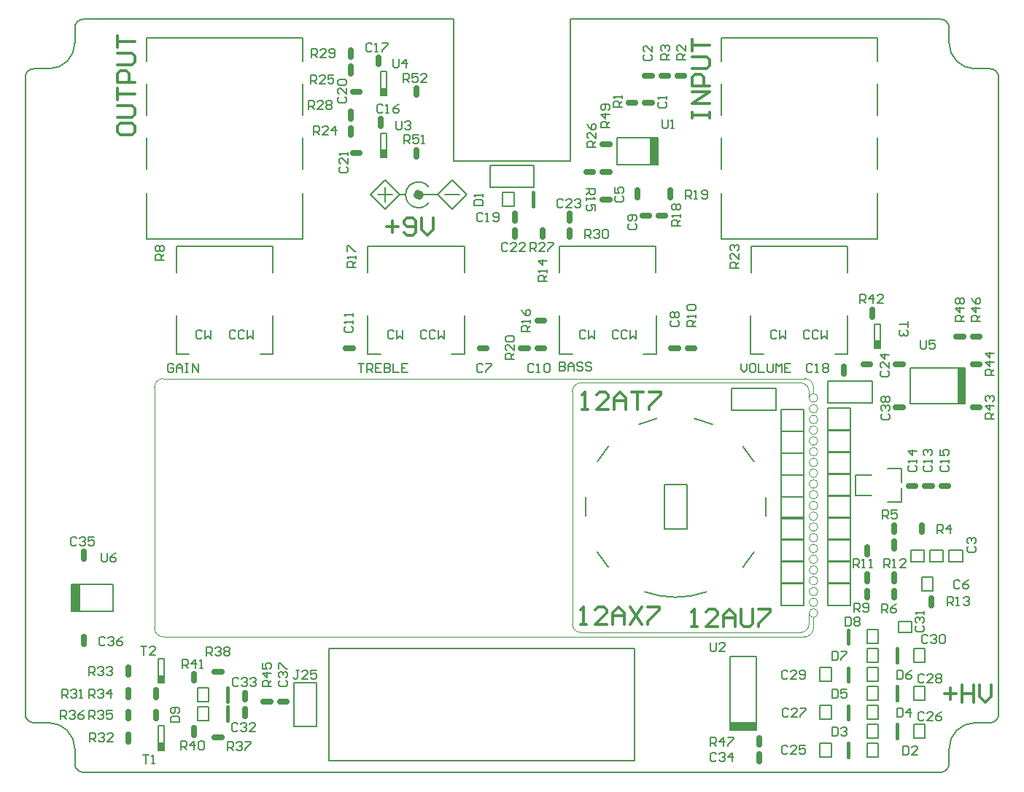
<source format=gto>
G04*
G04 #@! TF.GenerationSoftware,Altium Limited,Altium Designer,24.0.1 (36)*
G04*
G04 Layer_Color=65535*
%FSAX44Y44*%
%MOMM*%
G71*
G04*
G04 #@! TF.SameCoordinates,AD116AE3-DE06-480B-A5EE-D1CFDF242DD9*
G04*
G04*
G04 #@! TF.FilePolarity,Positive*
G04*
G01*
G75*
%ADD10C,0.2000*%
%ADD11C,1.0000*%
%ADD12C,0.7000*%
%ADD13C,0.4000*%
%ADD14C,0.1524*%
%ADD15C,0.1520*%
%ADD16C,0.3048*%
%ADD17C,0.1000*%
G36*
X01274990Y01593237D02*
X01267990D01*
Y01602237D01*
X01274990D01*
Y01593237D01*
D02*
G37*
G36*
Y01521737D02*
X01267990D01*
Y01530737D01*
X01274990D01*
Y01521737D01*
D02*
G37*
G36*
X01590240Y01513237D02*
X01580240D01*
Y01544237D01*
X01590240D01*
Y01513237D01*
D02*
G37*
G36*
X01848240Y01299987D02*
X01841240D01*
Y01308987D01*
X01848240D01*
Y01299987D01*
D02*
G37*
G36*
X01946741Y01235487D02*
X01937740D01*
Y01276487D01*
X01946741D01*
Y01235487D01*
D02*
G37*
G36*
X00919240Y00994237D02*
X00909240D01*
Y01025237D01*
X00919240D01*
Y00994237D01*
D02*
G37*
G36*
X01016740Y00910737D02*
X01009740D01*
Y00919737D01*
X01016740D01*
Y00910737D01*
D02*
G37*
G36*
X01704490Y00855687D02*
X01673490D01*
Y00865687D01*
X01704490D01*
Y00855687D01*
D02*
G37*
G36*
X01016740Y00832737D02*
X01009740D01*
Y00841737D01*
X01016740D01*
Y00832737D01*
D02*
G37*
D10*
X01701423Y01167887D02*
G03*
X01688521Y01185645I-00090933J-00052500D01*
G01*
X01532460D02*
G03*
X01519558Y01167887I00078030J-00070259D01*
G01*
X01653198Y01211309D02*
G03*
X01632321Y01218092I-00042707J-00095922D01*
G01*
X01506066Y01126362D02*
G03*
X01506066Y01104411I00104425J-00010976D01*
G01*
X01714915D02*
G03*
X01714915Y01126362I-00104425J00010976D01*
G01*
X01610490Y01010387D02*
G03*
X01646402Y01016719I00000000J00105000D01*
G01*
X01519558Y01062887D02*
G03*
X01532460Y01045128I00090933J00052500D01*
G01*
X01588660Y01218092D02*
G03*
X01567783Y01211309I00021831J-00102705D01*
G01*
X01688521Y01045128D02*
G03*
X01701423Y01062887I-00078030J00070259D01*
G01*
X01574578Y01016719D02*
G03*
X01610490Y01010387I00035912J00098668D01*
G01*
X01323481Y01487628D02*
G03*
X01323481Y01468345I-00011491J-00009642D01*
G01*
X01167740Y00859837D02*
X01193740D01*
Y00911187D01*
X01167740D02*
X01193740D01*
X01167740Y00859837D02*
Y00911187D01*
X01927740Y01051987D02*
Y01064987D01*
X01943490Y01051987D02*
Y01064987D01*
X01927740Y01051987D02*
X01943490D01*
X01927740Y01064987D02*
X01943490D01*
X01884740Y00969237D02*
Y00982237D01*
X01868990Y00969237D02*
Y00982237D01*
X01884740D01*
X01868990Y00969237D02*
X01884740D01*
X01886990Y00950487D02*
X01899990D01*
X01886990Y00934737D02*
X01899990D01*
X01886990D02*
Y00950487D01*
X01899990Y00934737D02*
Y00950487D01*
X01777990Y00912987D02*
X01790990D01*
X01777990Y00928737D02*
X01790990D01*
Y00912987D02*
Y00928737D01*
X01777990Y00912987D02*
Y00928737D01*
X01886990Y00906487D02*
X01899990D01*
X01886990Y00890737D02*
X01899990D01*
X01886990D02*
Y00906487D01*
X01899990Y00890737D02*
Y00906487D01*
X01777990Y00868987D02*
X01790990D01*
X01777990Y00884737D02*
X01790990D01*
Y00868987D02*
Y00884737D01*
X01777990Y00868987D02*
Y00884737D01*
X01886990Y00862487D02*
X01899990D01*
X01886990Y00846737D02*
X01899990D01*
X01886990D02*
Y00862487D01*
X01899990Y00846737D02*
Y00862487D01*
X01777990Y00824987D02*
X01790990D01*
X01777990Y00840737D02*
X01790990D01*
Y00824987D02*
Y00840737D01*
X01777990Y00824987D02*
Y00840737D01*
X01253070Y01292987D02*
Y01337987D01*
Y01292987D02*
X01268070D01*
X01253320Y01417987D02*
X01345320D01*
X01253320Y01387987D02*
Y01417987D01*
X01345320D02*
X01365320D01*
Y01387987D02*
Y01417987D01*
X01365570Y01292987D02*
Y01337987D01*
X01350570Y01292987D02*
X01365570D01*
X01030740D02*
Y01337987D01*
Y01292987D02*
X01045740D01*
X01030991Y01417987D02*
X01122990D01*
X01030991Y01387987D02*
Y01417987D01*
X01122990D02*
X01142990D01*
Y01387987D02*
Y01417987D01*
X01143240Y01292987D02*
Y01337987D01*
X01128240Y01292987D02*
X01143240D01*
X01787490Y01204537D02*
X01813490D01*
X01787490Y01178587D02*
Y01204537D01*
Y01178587D02*
X01813490D01*
Y01204537D01*
X01697740Y01292987D02*
Y01337987D01*
Y01292987D02*
X01712740D01*
X01697991Y01417987D02*
X01789990D01*
X01697991Y01387987D02*
Y01417987D01*
X01789990D02*
X01809990D01*
Y01387987D02*
Y01417987D01*
X01810240Y01292987D02*
Y01337987D01*
X01795240Y01292987D02*
X01810240D01*
X01787490Y01229937D02*
X01813490D01*
X01787490Y01203987D02*
Y01229937D01*
Y01203987D02*
X01813490D01*
Y01229937D01*
X01177490Y01570737D02*
Y01606737D01*
X00996490Y01570737D02*
Y01606737D01*
Y01508237D02*
Y01544237D01*
X01177490Y01508237D02*
Y01544237D01*
X00996490Y01426487D02*
X01006240D01*
X00996490D02*
Y01480237D01*
X01006240Y01426487D02*
X01177490Y01426487D01*
Y01480237D01*
X00996490Y01660487D02*
X01032490D01*
X00996490Y01633237D02*
Y01660487D01*
X01032490D02*
X01177490D01*
Y01633237D02*
Y01660487D01*
X01475410Y01292987D02*
Y01337987D01*
Y01292987D02*
X01490410D01*
X01475660Y01417987D02*
X01567660D01*
X01475660Y01387987D02*
Y01417987D01*
X01567660D02*
X01587660D01*
Y01387987D02*
Y01417987D01*
X01587910Y01292987D02*
Y01337987D01*
X01572910Y01292987D02*
X01587910D01*
X01394840Y01512487D02*
X01446190D01*
Y01486487D02*
Y01512487D01*
X01394840Y01486487D02*
X01446190D01*
X01394840D02*
Y01512487D01*
X01732990Y01026737D02*
X01758990D01*
X01732990Y01000787D02*
Y01026737D01*
Y01000787D02*
X01758990D01*
Y01026737D01*
X01732990Y01077537D02*
X01758990D01*
X01732990Y01051587D02*
Y01077537D01*
Y01051587D02*
X01758990D01*
Y01077537D01*
X01597490Y01089737D02*
X01623490D01*
Y01141087D01*
X01597490D02*
X01623490D01*
X01597490Y01089737D02*
Y01141087D01*
X01732990Y01052137D02*
X01758990D01*
X01732990Y01026187D02*
Y01052137D01*
Y01026187D02*
X01758990D01*
Y01052137D01*
X01732990Y01152737D02*
X01758990D01*
X01732990Y01126787D02*
Y01152737D01*
Y01126787D02*
X01758990D01*
Y01152737D01*
X01732990Y01127337D02*
X01758990D01*
X01732990Y01101387D02*
Y01127337D01*
Y01101387D02*
X01758990D01*
Y01127337D01*
X01732990Y01102937D02*
X01758990D01*
X01732990Y01076987D02*
Y01102937D01*
Y01076987D02*
X01758990D01*
Y01102937D01*
X01787490Y01026737D02*
X01813490D01*
X01787490Y01000787D02*
Y01026737D01*
Y01000787D02*
X01813490D01*
Y01026737D01*
X01787490Y01077537D02*
X01813490D01*
X01787490Y01051587D02*
Y01077537D01*
Y01051587D02*
X01813490D01*
Y01077537D01*
X01787490Y01052137D02*
X01813490D01*
X01787490Y01026187D02*
Y01052137D01*
Y01026187D02*
X01813490D01*
Y01052137D01*
X01787490Y01102937D02*
X01813490D01*
X01787490Y01076987D02*
Y01102937D01*
Y01076987D02*
X01813490D01*
Y01102937D01*
X01787490Y01128337D02*
X01813490D01*
X01787490Y01102387D02*
Y01128337D01*
Y01102387D02*
X01813490D01*
Y01128337D01*
X01787490Y01153737D02*
X01813490D01*
X01787490Y01127787D02*
Y01153737D01*
Y01127787D02*
X01813490D01*
Y01153737D01*
X01787490Y01179137D02*
X01813490D01*
X01787490Y01153187D02*
Y01179137D01*
Y01153187D02*
X01813490D01*
Y01179137D01*
X01844490Y01570737D02*
Y01606737D01*
X01663490Y01570737D02*
Y01606737D01*
Y01508237D02*
Y01544237D01*
X01844490Y01508237D02*
Y01544237D01*
X01663490Y01426487D02*
X01673240D01*
X01663490D02*
Y01480237D01*
X01673240Y01426487D02*
X01844490Y01426487D01*
Y01480237D01*
X01663490Y01660487D02*
X01699490D01*
X01663490Y01633237D02*
Y01660487D01*
X01699490D02*
X01844490D01*
Y01633237D02*
Y01660487D01*
X01726940Y01227487D02*
Y01253487D01*
X01675590D02*
X01726940D01*
X01675590Y01227487D02*
Y01253487D01*
Y01227487D02*
X01726940D01*
X01732990Y01228937D02*
X01758990D01*
X01732990Y01202987D02*
Y01228937D01*
Y01202987D02*
X01758990D01*
Y01228937D01*
X01732990Y01178137D02*
X01758990D01*
X01732990Y01152187D02*
Y01178137D01*
Y01152187D02*
X01758990D01*
Y01178137D01*
X01732990Y01203537D02*
X01758990D01*
X01732990Y01177587D02*
Y01203537D01*
Y01177587D02*
X01758990D01*
Y01203537D01*
X01838840Y01235987D02*
Y01261987D01*
X01787490D02*
X01838840D01*
X01787490Y01235987D02*
Y01261987D01*
Y01235987D02*
X01838840D01*
X01704490Y00855687D02*
Y00941787D01*
X01673490Y00855687D02*
Y00941787D01*
X01704490D01*
X01673490Y00855687D02*
X01704490D01*
X01882740Y01276487D02*
X01946741D01*
X01882740Y01235487D02*
X01946741D01*
X01882740D02*
Y01276487D01*
X01946741Y01235487D02*
Y01276487D01*
X01921240Y01051987D02*
Y01064987D01*
X01905490Y01051987D02*
Y01064987D01*
X01921240D01*
X01905490Y01051987D02*
X01921240D01*
X01841240Y01299987D02*
X01848240D01*
X01841240Y01327987D02*
X01848240D01*
X01841240Y01299987D02*
Y01327987D01*
X01848240Y01299987D02*
Y01327987D01*
X00909240Y00994237D02*
Y01025237D01*
X00957240Y00994237D02*
Y01025237D01*
X00909240D02*
X00957240D01*
X00909240Y00994237D02*
X00957240D01*
X01267990Y01593237D02*
X01274990D01*
X01267990Y01621237D02*
X01274990D01*
X01267990Y01593237D02*
Y01621237D01*
X01274990Y01593237D02*
Y01621237D01*
X01267990Y01521737D02*
X01274990D01*
X01267990Y01549737D02*
X01274990D01*
X01267990Y01521737D02*
Y01549737D01*
X01274990Y01521737D02*
Y01549737D01*
X01819490Y01151990D02*
X01837990D01*
X01819490Y01128983D02*
X01837990D01*
X01819490D02*
Y01151990D01*
X01856990Y01159987D02*
X01872490D01*
Y01144237D02*
Y01159987D01*
X01856990Y01120987D02*
X01872490D01*
Y01136737D01*
X01009740Y00910737D02*
X01016740D01*
X01009740Y00938737D02*
X01016740D01*
X01009740Y00910737D02*
Y00938737D01*
X01016740Y00910737D02*
Y00938737D01*
X01832490Y00846986D02*
Y00862737D01*
X01845490Y00846986D02*
Y00862737D01*
X01832490D02*
X01845490D01*
X01832490Y00846986D02*
X01845490D01*
Y00868736D02*
Y00884486D01*
X01832490Y00868736D02*
Y00884486D01*
Y00868736D02*
X01845490D01*
X01832490Y00884486D02*
X01845490D01*
X01832490Y00890986D02*
Y00906737D01*
X01845490Y00890986D02*
Y00906737D01*
X01832490D02*
X01845490D01*
X01832490Y00890986D02*
X01845490D01*
X01055740Y00866987D02*
Y00882737D01*
X01068740Y00866987D02*
Y00882737D01*
X01055740D02*
X01068740D01*
X01055740Y00866987D02*
X01068740D01*
X01009740Y00832737D02*
X01016740D01*
X01009740Y00860737D02*
X01016740D01*
X01009740Y00832737D02*
Y00860737D01*
X01016740Y00832737D02*
Y00860737D01*
X01845490Y00824737D02*
Y00840487D01*
X01832490Y00824737D02*
Y00840487D01*
Y00824737D02*
X01845490D01*
X01832490Y00840487D02*
X01845490D01*
X01055740Y00888987D02*
Y00904737D01*
X01068740Y00888987D02*
Y00904737D01*
X01055740D02*
X01068740D01*
X01055740Y00888987D02*
X01068740D01*
X01845490Y00912737D02*
Y00928487D01*
X01832490Y00912737D02*
Y00928487D01*
Y00912737D02*
X01845490D01*
X01832490Y00928487D02*
X01845490D01*
X01899240Y01051987D02*
Y01064987D01*
X01883490Y01051987D02*
Y01064987D01*
X01899240D01*
X01883490Y01051987D02*
X01899240D01*
X01895990Y01017737D02*
X01908990D01*
X01895990Y01033487D02*
X01908990D01*
Y01017737D02*
Y01033487D01*
X01895990Y01017737D02*
Y01033487D01*
X01845490Y00956737D02*
Y00972487D01*
X01832490Y00956737D02*
Y00972487D01*
Y00956737D02*
X01845490D01*
X01832490Y00972487D02*
X01845490D01*
X01832490Y00934987D02*
Y00950737D01*
X01845490Y00934987D02*
Y00950737D01*
X01832490D02*
X01845490D01*
X01832490Y00934987D02*
X01845490D01*
X01409690Y01464737D02*
Y01480487D01*
X01422690Y01464737D02*
Y01480487D01*
X01409690D02*
X01422690D01*
X01409690Y01464737D02*
X01422690D01*
X01590240Y01513237D02*
Y01544237D01*
X01542240Y01513237D02*
Y01544237D01*
Y01513237D02*
X01590240D01*
X01542240Y01544237D02*
X01590240D01*
X01255990Y01477987D02*
X01272990Y01460987D01*
X01255990Y01477987D02*
X01272990Y01494987D01*
X01289990Y01477987D01*
X01272990Y01460987D02*
X01289990Y01477987D01*
X01333990D02*
X01350990Y01460987D01*
X01333990Y01477987D02*
X01350990Y01494987D01*
X01367991Y01477987D01*
X01350990Y01460987D02*
X01367991Y01477987D01*
X01289990D02*
X01296990D01*
X01311990D02*
X01333990D01*
X01342491D02*
X01359490D01*
X01264490D02*
X01281490D01*
X01272990Y01469487D02*
Y01486487D01*
X00855490Y00874477D02*
G03*
X00865490Y00864477I00010000J00000000D01*
G01*
X00912990Y00834487D02*
G03*
X00882990Y00864487I-00030000J00000000D01*
G01*
X00912981Y00816987D02*
G03*
X00922981Y00806987I00010000J00000000D01*
G01*
X01927990Y01654487D02*
G03*
X01957990Y01624487I00030000J00000000D01*
G01*
X01918000Y00806986D02*
G03*
X01928000Y00816987I00000000J00010000D01*
G01*
X00922981Y01681987D02*
G03*
X00912981Y01671987I00000000J-00010000D01*
G01*
X00865490Y01624496D02*
G03*
X00855490Y01614496I00000000J-00010000D01*
G01*
X01985491D02*
G03*
X01975491Y01624496I-00010000J00000000D01*
G01*
Y00864477D02*
G03*
X01985491Y00874477I00000000J00010000D01*
G01*
X01928000Y01671987D02*
G03*
X01918000Y01681987I-00010000J00000000D01*
G01*
X00882990Y01624487D02*
G03*
X00912990Y01654487I00000000J00030000D01*
G01*
X01957990Y00864487D02*
G03*
X01927990Y00834487I00000000J-00030000D01*
G01*
X01207790Y00820487D02*
X01433190Y00820487D01*
X01563190D01*
X01433190Y00950487D02*
X01563190D01*
X01207790Y00950487D02*
X01433190Y00950487D01*
X01563190Y00820487D02*
Y00950487D01*
X01207790Y00820487D02*
Y00950487D01*
X00865481Y00864487D02*
X00882990D01*
X00912990Y00816977D02*
Y00834487D01*
X01927990Y00816977D02*
Y00834487D01*
X01957990Y01624487D02*
X01975500D01*
X01487991Y01681987D02*
X01918000Y01681987D01*
X01927990Y01654487D02*
Y01671996D01*
X01352990Y01517487D02*
Y01669287D01*
X00912990Y01654487D02*
Y01671996D01*
X01957990Y00864487D02*
X01975500D01*
X00922981Y01681987D02*
X01352990D01*
X00922981Y00806987D02*
X01918000Y00806987D01*
X00855490Y00874477D02*
X00855490Y01614496D01*
X01352990Y01669287D02*
Y01681987D01*
X00865481Y01624487D02*
X00882990D01*
X01487991Y01517487D02*
Y01681987D01*
X01433190Y01517487D02*
X01487991D01*
X01352990D02*
X01433190D01*
X01985490Y00874477D02*
X01985490Y01614496D01*
D11*
X01312990Y01477987D02*
G03*
X01312990Y01477987I-00001000J00000000D01*
G01*
D12*
X01525740Y01536737D02*
X01533740D01*
X01525740Y01504737D02*
X01533740D01*
X01309490Y01522237D02*
Y01530237D01*
Y01593987D02*
Y01601987D01*
X01866241Y01230987D02*
X01874241D01*
X01487740Y01428987D02*
Y01436987D01*
X01423740Y01428987D02*
Y01436987D01*
X01866241Y01280987D02*
X01874241D01*
X01838740Y01336487D02*
Y01344487D01*
X01487740Y01447987D02*
Y01455987D01*
X01955240Y01230987D02*
X01963241D01*
X01955240Y01280987D02*
X01963241D01*
X01955240Y01312987D02*
X01963241D01*
X01936241D02*
X01944241D01*
X00923740Y00956237D02*
Y00964237D01*
X01267990Y01558237D02*
Y01566237D01*
X01265490Y01629737D02*
Y01637737D01*
X01612740Y01616737D02*
X01620740D01*
X01571740Y01453737D02*
X01579740D01*
X01593740Y01616737D02*
X01601740D01*
X01555740Y01584737D02*
X01563740D01*
X01574740D02*
X01582740D01*
X01574740Y01616737D02*
X01582740D01*
X01423690Y01447987D02*
Y01455987D01*
X01455740Y01428987D02*
Y01436987D01*
X01235991Y01526237D02*
X01243990D01*
X01233490Y01547737D02*
Y01555737D01*
Y01566737D02*
Y01574737D01*
X01235991Y01597737D02*
X01243990D01*
X01233490Y01619237D02*
Y01627237D01*
Y01638237D02*
Y01646237D01*
X01506740Y01504737D02*
X01514740D01*
X01864491Y01085987D02*
Y01093987D01*
X01896490Y01085987D02*
Y01093987D01*
X01880990Y01139987D02*
X01888990D01*
X01832490Y01060487D02*
Y01068487D01*
X01899990Y01139987D02*
X01907990D01*
X01828240Y01280987D02*
X01836240D01*
X00923740Y01055237D02*
Y01063237D01*
X01051240Y00913237D02*
Y00921237D01*
X00975240Y00920737D02*
Y00928737D01*
X01007240Y00894237D02*
Y00902237D01*
X01075240Y00923737D02*
X01083240D01*
X00975240Y00894237D02*
Y00902237D01*
X01151240Y00888737D02*
X01159240D01*
X01110740Y00891237D02*
Y00899237D01*
X01007240Y00869237D02*
Y00877237D01*
X00975240Y00842737D02*
Y00850737D01*
X00975240Y00869237D02*
Y00877237D01*
X01707490Y00819987D02*
Y00827987D01*
Y00838987D02*
Y00846987D01*
X01051240Y00850237D02*
Y00858237D01*
X01075240Y00847737D02*
X01083240D01*
X01132240Y00888737D02*
X01140240D01*
X01110740Y00872237D02*
Y00880237D01*
X01832490Y01028987D02*
Y01036987D01*
Y01009987D02*
Y01017987D01*
X01864490Y01066987D02*
Y01074987D01*
Y01009987D02*
Y01017987D01*
X01907490Y01000987D02*
Y01008987D01*
X01864490Y01028987D02*
Y01036987D01*
X01449990Y01331987D02*
X01457990D01*
X01382990Y01299987D02*
X01390990D01*
X01227740D02*
X01235740D01*
X01918990Y01139987D02*
X01926990D01*
X01806199Y01270422D02*
Y01278422D01*
X01449990Y01299987D02*
X01457990D01*
X01430990D02*
X01438990D01*
X01566240Y01475237D02*
Y01483237D01*
X01525740Y01472737D02*
X01533740D01*
X01624240Y01299987D02*
X01632240D01*
X01604240Y01475237D02*
Y01483237D01*
X01590740Y01453737D02*
X01598740D01*
X01605240Y01299987D02*
X01613240D01*
D13*
X01867490Y00847112D02*
Y00862861D01*
X01810490Y00868612D02*
Y00884361D01*
X01867490Y00891112D02*
Y00906861D01*
X01090740Y00867112D02*
Y00882862D01*
X01810490Y00824612D02*
Y00840362D01*
X01090740Y00889112D02*
Y00904862D01*
X01810490Y00912612D02*
Y00928362D01*
Y00956612D02*
Y00972362D01*
X01867490Y00935112D02*
Y00950862D01*
X01444690Y01464862D02*
Y01480612D01*
D14*
X01534069Y01555944D02*
X01523912D01*
Y01561023D01*
X01525605Y01562715D01*
X01528990D01*
X01530683Y01561023D01*
Y01555944D01*
Y01559330D02*
X01534069Y01562715D01*
Y01571179D02*
X01523912D01*
X01528990Y01566101D01*
Y01572872D01*
X01532376Y01576258D02*
X01534069Y01577951D01*
Y01581336D01*
X01532376Y01583029D01*
X01525605D01*
X01523912Y01581336D01*
Y01577951D01*
X01525605Y01576258D01*
X01527298D01*
X01528990Y01577951D01*
Y01583029D01*
X01295141Y01537408D02*
Y01547565D01*
X01300219D01*
X01301912Y01545872D01*
Y01542487D01*
X01300219Y01540794D01*
X01295141D01*
X01298526D02*
X01301912Y01537408D01*
X01312069Y01547565D02*
X01305298D01*
Y01542487D01*
X01308683Y01544179D01*
X01310376D01*
X01312069Y01542487D01*
Y01539101D01*
X01310376Y01537408D01*
X01306990D01*
X01305298Y01539101D01*
X01315454Y01537408D02*
X01318840D01*
X01317147D01*
Y01547565D01*
X01315454Y01545872D01*
X01294448Y01608408D02*
Y01618565D01*
X01299527D01*
X01301219Y01616872D01*
Y01613487D01*
X01299527Y01611794D01*
X01294448D01*
X01297834D02*
X01301219Y01608408D01*
X01311376Y01618565D02*
X01304605D01*
Y01613487D01*
X01307990Y01615179D01*
X01309683D01*
X01311376Y01613487D01*
Y01610101D01*
X01309683Y01608408D01*
X01306298D01*
X01304605Y01610101D01*
X01321533Y01608408D02*
X01314762D01*
X01321533Y01615179D01*
Y01616872D01*
X01319840Y01618565D01*
X01316454D01*
X01314762Y01616872D01*
X01850605Y01223716D02*
X01848912Y01222023D01*
Y01218637D01*
X01850605Y01216944D01*
X01857376D01*
X01859069Y01218637D01*
Y01222023D01*
X01857376Y01223716D01*
X01850605Y01227101D02*
X01848912Y01228794D01*
Y01232179D01*
X01850605Y01233872D01*
X01852298D01*
X01853990Y01232179D01*
Y01230487D01*
Y01232179D01*
X01855683Y01233872D01*
X01857376D01*
X01859069Y01232179D01*
Y01228794D01*
X01857376Y01227101D01*
X01850605Y01237258D02*
X01848912Y01238951D01*
Y01242336D01*
X01850605Y01244029D01*
X01852298D01*
X01853990Y01242336D01*
X01855683Y01244029D01*
X01857376D01*
X01859069Y01242336D01*
Y01238951D01*
X01857376Y01237258D01*
X01855683D01*
X01853990Y01238951D01*
X01852298Y01237258D01*
X01850605D01*
X01853990Y01238951D02*
Y01242336D01*
X01173219Y00925565D02*
X01169834D01*
X01171526D01*
Y00917101D01*
X01169834Y00915408D01*
X01168141D01*
X01166448Y00917101D01*
X01183376Y00915408D02*
X01176605D01*
X01183376Y00922179D01*
Y00923872D01*
X01181683Y00925565D01*
X01178298D01*
X01176605Y00923872D01*
X01193533Y00925565D02*
X01186762D01*
Y00920487D01*
X01190147Y00922179D01*
X01191840D01*
X01193533Y00920487D01*
Y00917101D01*
X01191840Y00915408D01*
X01188454D01*
X01186762Y00917101D01*
X01321615Y01319475D02*
X01319923Y01321167D01*
X01316537D01*
X01314844Y01319475D01*
Y01312703D01*
X01316537Y01311011D01*
X01319923D01*
X01321615Y01312703D01*
X01331772Y01319475D02*
X01330079Y01321167D01*
X01326694D01*
X01325001Y01319475D01*
Y01312703D01*
X01326694Y01311011D01*
X01330079D01*
X01331772Y01312703D01*
X01335158Y01321167D02*
Y01311011D01*
X01338543Y01314396D01*
X01341929Y01311011D01*
Y01321167D01*
X01283366Y01319475D02*
X01281673Y01321167D01*
X01278287D01*
X01276594Y01319475D01*
Y01312703D01*
X01278287Y01311011D01*
X01281673D01*
X01283366Y01312703D01*
X01286751Y01321167D02*
Y01311011D01*
X01290137Y01314396D01*
X01293522Y01311011D01*
Y01321167D01*
X01099286Y01319475D02*
X01097593Y01321167D01*
X01094207D01*
X01092514Y01319475D01*
Y01312703D01*
X01094207Y01311011D01*
X01097593D01*
X01099286Y01312703D01*
X01109442Y01319475D02*
X01107749Y01321167D01*
X01104364D01*
X01102671Y01319475D01*
Y01312703D01*
X01104364Y01311011D01*
X01107749D01*
X01109442Y01312703D01*
X01112828Y01321167D02*
Y01311011D01*
X01116213Y01314396D01*
X01119599Y01311011D01*
Y01321167D01*
X01061036Y01319475D02*
X01059343Y01321167D01*
X01055957D01*
X01054264Y01319475D01*
Y01312703D01*
X01055957Y01311011D01*
X01059343D01*
X01061036Y01312703D01*
X01064421Y01321167D02*
Y01311011D01*
X01067807Y01314396D01*
X01071192Y01311011D01*
Y01321167D01*
X01766286Y01319475D02*
X01764593Y01321167D01*
X01761207D01*
X01759514Y01319475D01*
Y01312703D01*
X01761207Y01311011D01*
X01764593D01*
X01766286Y01312703D01*
X01776442Y01319475D02*
X01774749Y01321167D01*
X01771364D01*
X01769671Y01319475D01*
Y01312703D01*
X01771364Y01311011D01*
X01774749D01*
X01776442Y01312703D01*
X01779828Y01321167D02*
Y01311011D01*
X01783213Y01314396D01*
X01786599Y01311011D01*
Y01321167D01*
X01728036Y01319475D02*
X01726343Y01321167D01*
X01722957D01*
X01721264Y01319475D01*
Y01312703D01*
X01722957Y01311011D01*
X01726343D01*
X01728036Y01312703D01*
X01731421Y01321167D02*
Y01311011D01*
X01734807Y01314396D01*
X01738192Y01311011D01*
Y01321167D01*
X01543956Y01319475D02*
X01542263Y01321167D01*
X01538877D01*
X01537184Y01319475D01*
Y01312703D01*
X01538877Y01311011D01*
X01542263D01*
X01543956Y01312703D01*
X01554112Y01319475D02*
X01552419Y01321167D01*
X01549034D01*
X01547341Y01319475D01*
Y01312703D01*
X01549034Y01311011D01*
X01552419D01*
X01554112Y01312703D01*
X01557498Y01321167D02*
Y01311011D01*
X01560883Y01314396D01*
X01564269Y01311011D01*
Y01321167D01*
X01505706Y01319475D02*
X01504013Y01321167D01*
X01500627D01*
X01498934Y01319475D01*
Y01312703D01*
X01500627Y01311011D01*
X01504013D01*
X01505706Y01312703D01*
X01509091Y01321167D02*
Y01311011D01*
X01512477Y01314396D01*
X01515862Y01311011D01*
Y01321167D01*
X01686514Y01282167D02*
Y01275396D01*
X01689900Y01272011D01*
X01693286Y01275396D01*
Y01282167D01*
X01701750D02*
X01698364D01*
X01696671Y01280475D01*
Y01273703D01*
X01698364Y01272011D01*
X01701750D01*
X01703442Y01273703D01*
Y01280475D01*
X01701750Y01282167D01*
X01706828D02*
Y01272011D01*
X01713599D01*
X01716985Y01282167D02*
Y01273703D01*
X01718677Y01272011D01*
X01722063D01*
X01723756Y01273703D01*
Y01282167D01*
X01727141Y01272011D02*
Y01282167D01*
X01730527Y01278782D01*
X01733913Y01282167D01*
Y01272011D01*
X01744069Y01282167D02*
X01737298D01*
Y01272011D01*
X01744069D01*
X01737298Y01277089D02*
X01740684D01*
X01475184Y01283167D02*
Y01273011D01*
X01480263D01*
X01481956Y01274703D01*
Y01276396D01*
X01480263Y01278089D01*
X01475184D01*
X01480263D01*
X01481956Y01279782D01*
Y01281475D01*
X01480263Y01283167D01*
X01475184D01*
X01485341Y01273011D02*
Y01279782D01*
X01488727Y01283167D01*
X01492112Y01279782D01*
Y01273011D01*
Y01278089D01*
X01485341D01*
X01502269Y01281475D02*
X01500576Y01283167D01*
X01497191D01*
X01495498Y01281475D01*
Y01279782D01*
X01497191Y01278089D01*
X01500576D01*
X01502269Y01276396D01*
Y01274703D01*
X01500576Y01273011D01*
X01497191D01*
X01495498Y01274703D01*
X01512426Y01281475D02*
X01510733Y01283167D01*
X01507347D01*
X01505655Y01281475D01*
Y01279782D01*
X01507347Y01278089D01*
X01510733D01*
X01512426Y01276396D01*
Y01274703D01*
X01510733Y01273011D01*
X01507347D01*
X01505655Y01274703D01*
X01241514Y01282167D02*
X01248286D01*
X01244900D01*
Y01272011D01*
X01251671D02*
Y01282167D01*
X01256749D01*
X01258442Y01280475D01*
Y01277089D01*
X01256749Y01275396D01*
X01251671D01*
X01255057D02*
X01258442Y01272011D01*
X01268599Y01282167D02*
X01261828D01*
Y01272011D01*
X01268599D01*
X01261828Y01277089D02*
X01265213D01*
X01271985Y01282167D02*
Y01272011D01*
X01277063D01*
X01278756Y01273703D01*
Y01275396D01*
X01277063Y01277089D01*
X01271985D01*
X01277063D01*
X01278756Y01278782D01*
Y01280475D01*
X01277063Y01282167D01*
X01271985D01*
X01282141D02*
Y01272011D01*
X01288913D01*
X01299069Y01282167D02*
X01292298D01*
Y01272011D01*
X01299069D01*
X01292298Y01277089D02*
X01295684D01*
X01027286Y01280475D02*
X01025593Y01282167D01*
X01022207D01*
X01020514Y01280475D01*
Y01273703D01*
X01022207Y01272011D01*
X01025593D01*
X01027286Y01273703D01*
Y01277089D01*
X01023900D01*
X01030671Y01272011D02*
Y01278782D01*
X01034057Y01282167D01*
X01037442Y01278782D01*
Y01272011D01*
Y01277089D01*
X01030671D01*
X01040828Y01282167D02*
X01044213D01*
X01042521D01*
Y01272011D01*
X01040828D01*
X01044213D01*
X01049292D02*
Y01282167D01*
X01056063Y01272011D01*
Y01282167D01*
D15*
X01850526Y01101408D02*
Y01111565D01*
X01855605D01*
X01857298Y01109872D01*
Y01106487D01*
X01855605Y01104794D01*
X01850526D01*
X01853912D02*
X01857298Y01101408D01*
X01867454Y01111565D02*
X01860683D01*
Y01106487D01*
X01864069Y01108179D01*
X01865762D01*
X01867454Y01106487D01*
Y01103101D01*
X01865762Y01101408D01*
X01862376D01*
X01860683Y01103101D01*
X00943527Y01061565D02*
Y01053101D01*
X00945219Y01051408D01*
X00948605D01*
X00950298Y01053101D01*
Y01061565D01*
X00960454D02*
X00957069Y01059872D01*
X00953683Y01056487D01*
Y01053101D01*
X00955376Y01051408D01*
X00958762D01*
X00960454Y01053101D01*
Y01054794D01*
X00958762Y01056487D01*
X00953683D01*
X01894527Y01308565D02*
Y01300101D01*
X01896219Y01298408D01*
X01899605D01*
X01901298Y01300101D01*
Y01308565D01*
X01911454D02*
X01904683D01*
Y01303487D01*
X01908069Y01305179D01*
X01909762D01*
X01911454Y01303487D01*
Y01300101D01*
X01909762Y01298408D01*
X01906376D01*
X01904683Y01300101D01*
X01282527Y01635565D02*
Y01627101D01*
X01284219Y01625408D01*
X01287605D01*
X01289298Y01627101D01*
Y01635565D01*
X01297762Y01625408D02*
Y01635565D01*
X01292683Y01630487D01*
X01299454D01*
X01285526Y01563565D02*
Y01555101D01*
X01287219Y01553408D01*
X01290605D01*
X01292298Y01555101D01*
Y01563565D01*
X01295683Y01561872D02*
X01297376Y01563565D01*
X01300762D01*
X01302454Y01561872D01*
Y01560179D01*
X01300762Y01558487D01*
X01299069D01*
X01300762D01*
X01302454Y01556794D01*
Y01555101D01*
X01300762Y01553408D01*
X01297376D01*
X01295683Y01555101D01*
X01650526Y00957565D02*
Y00949101D01*
X01652219Y00947408D01*
X01655605D01*
X01657298Y00949101D01*
Y00957565D01*
X01667454Y00947408D02*
X01660683D01*
X01667454Y00954179D01*
Y00955872D01*
X01665762Y00957565D01*
X01662376D01*
X01660683Y00955872D01*
X01595219Y01565565D02*
Y01557101D01*
X01596912Y01555408D01*
X01600298D01*
X01601990Y01557101D01*
Y01565565D01*
X01605376Y01555408D02*
X01608762D01*
X01607069D01*
Y01565565D01*
X01605376Y01563872D01*
X01880069Y01330950D02*
Y01324179D01*
Y01327565D01*
X01869912D01*
X01878376Y01320794D02*
X01880069Y01319101D01*
Y01315715D01*
X01878376Y01314023D01*
X01876683D01*
X01874990Y01315715D01*
Y01317408D01*
Y01315715D01*
X01873298Y01314023D01*
X01871605D01*
X01869912Y01315715D01*
Y01319101D01*
X01871605Y01320794D01*
X00989527Y00953565D02*
X00996298D01*
X00992912D01*
Y00943408D01*
X01006454D02*
X00999683D01*
X01006454Y00950179D01*
Y00951872D01*
X01004762Y00953565D01*
X01001376D01*
X00999683Y00951872D01*
X00992219Y00827565D02*
X00998990D01*
X00995605D01*
Y00817408D01*
X01002376D02*
X01005762D01*
X01004069D01*
Y00827565D01*
X01002376Y00825872D01*
X01945069Y01330944D02*
X01934912D01*
Y01336023D01*
X01936605Y01337715D01*
X01939990D01*
X01941683Y01336023D01*
Y01330944D01*
Y01334330D02*
X01945069Y01337715D01*
Y01346179D02*
X01934912D01*
X01939990Y01341101D01*
Y01347872D01*
X01936605Y01351258D02*
X01934912Y01352951D01*
Y01356336D01*
X01936605Y01358029D01*
X01938298D01*
X01939990Y01356336D01*
X01941683Y01358029D01*
X01943376D01*
X01945069Y01356336D01*
Y01352951D01*
X01943376Y01351258D01*
X01941683D01*
X01939990Y01352951D01*
X01938298Y01351258D01*
X01936605D01*
X01939990Y01352951D02*
Y01356336D01*
X01650448Y00837408D02*
Y00847565D01*
X01655526D01*
X01657219Y00845872D01*
Y00842487D01*
X01655526Y00840794D01*
X01650448D01*
X01653834D02*
X01657219Y00837408D01*
X01665683D02*
Y00847565D01*
X01660605Y00842487D01*
X01667376D01*
X01670762Y00847565D02*
X01677533D01*
Y00845872D01*
X01670762Y00839101D01*
Y00837408D01*
X01964069Y01330944D02*
X01953912D01*
Y01336023D01*
X01955605Y01337715D01*
X01958990D01*
X01960683Y01336023D01*
Y01330944D01*
Y01334330D02*
X01964069Y01337715D01*
Y01346179D02*
X01953912D01*
X01958990Y01341101D01*
Y01347872D01*
X01953912Y01358029D02*
X01955605Y01354643D01*
X01958990Y01351258D01*
X01962376D01*
X01964069Y01352951D01*
Y01356336D01*
X01962376Y01358029D01*
X01960683D01*
X01958990Y01356336D01*
Y01351258D01*
X01141319Y00906944D02*
X01131162D01*
Y00912023D01*
X01132855Y00913716D01*
X01136240D01*
X01137933Y00912023D01*
Y00906944D01*
Y00910330D02*
X01141319Y00913716D01*
Y00922179D02*
X01131162D01*
X01136240Y00917101D01*
Y00923872D01*
X01131162Y00934029D02*
Y00927258D01*
X01136240D01*
X01134548Y00930643D01*
Y00932336D01*
X01136240Y00934029D01*
X01139626D01*
X01141319Y00932336D01*
Y00928951D01*
X01139626Y00927258D01*
X01980569Y01267944D02*
X01970412D01*
Y01273023D01*
X01972105Y01274715D01*
X01975490D01*
X01977183Y01273023D01*
Y01267944D01*
Y01271330D02*
X01980569Y01274715D01*
Y01283179D02*
X01970412D01*
X01975490Y01278101D01*
Y01284872D01*
X01980569Y01293336D02*
X01970412D01*
X01975490Y01288258D01*
Y01295029D01*
X01980569Y01217944D02*
X01970412D01*
Y01223023D01*
X01972105Y01224715D01*
X01975490D01*
X01977183Y01223023D01*
Y01217944D01*
Y01221330D02*
X01980569Y01224715D01*
Y01233179D02*
X01970412D01*
X01975490Y01228101D01*
Y01234872D01*
X01972105Y01238258D02*
X01970412Y01239951D01*
Y01243336D01*
X01972105Y01245029D01*
X01973798D01*
X01975490Y01243336D01*
Y01241643D01*
Y01243336D01*
X01977183Y01245029D01*
X01978876D01*
X01980569Y01243336D01*
Y01239951D01*
X01978876Y01238258D01*
X01824448Y01352408D02*
Y01362565D01*
X01829527D01*
X01831219Y01360872D01*
Y01357487D01*
X01829527Y01355794D01*
X01824448D01*
X01827834D02*
X01831219Y01352408D01*
X01839683D02*
Y01362565D01*
X01834605Y01357487D01*
X01841376D01*
X01851533Y01352408D02*
X01844762D01*
X01851533Y01359179D01*
Y01360872D01*
X01849840Y01362565D01*
X01846454D01*
X01844762Y01360872D01*
X01038141Y00928408D02*
Y00938565D01*
X01043219D01*
X01044912Y00936872D01*
Y00933487D01*
X01043219Y00931794D01*
X01038141D01*
X01041526D02*
X01044912Y00928408D01*
X01053376D02*
Y00938565D01*
X01048298Y00933487D01*
X01055069D01*
X01058454Y00928408D02*
X01061840D01*
X01060147D01*
Y00938565D01*
X01058454Y00936872D01*
X01036448Y00833408D02*
Y00843565D01*
X01041526D01*
X01043219Y00841872D01*
Y00838487D01*
X01041526Y00836794D01*
X01036448D01*
X01039834D02*
X01043219Y00833408D01*
X01051683D02*
Y00843565D01*
X01046605Y00838487D01*
X01053376D01*
X01056762Y00841872D02*
X01058454Y00843565D01*
X01061840D01*
X01063533Y00841872D01*
Y00835101D01*
X01061840Y00833408D01*
X01058454D01*
X01056762Y00835101D01*
Y00841872D01*
X01065448Y00942408D02*
Y00952565D01*
X01070527D01*
X01072219Y00950872D01*
Y00947487D01*
X01070527Y00945794D01*
X01065448D01*
X01068834D02*
X01072219Y00942408D01*
X01075605Y00950872D02*
X01077298Y00952565D01*
X01080683D01*
X01082376Y00950872D01*
Y00949179D01*
X01080683Y00947487D01*
X01078990D01*
X01080683D01*
X01082376Y00945794D01*
Y00944101D01*
X01080683Y00942408D01*
X01077298D01*
X01075605Y00944101D01*
X01085762Y00950872D02*
X01087454Y00952565D01*
X01090840D01*
X01092533Y00950872D01*
Y00949179D01*
X01090840Y00947487D01*
X01092533Y00945794D01*
Y00944101D01*
X01090840Y00942408D01*
X01087454D01*
X01085762Y00944101D01*
Y00945794D01*
X01087454Y00947487D01*
X01085762Y00949179D01*
Y00950872D01*
X01087454Y00947487D02*
X01090840D01*
X01090448Y00832408D02*
Y00842565D01*
X01095527D01*
X01097219Y00840872D01*
Y00837487D01*
X01095527Y00835794D01*
X01090448D01*
X01093834D02*
X01097219Y00832408D01*
X01100605Y00840872D02*
X01102298Y00842565D01*
X01105683D01*
X01107376Y00840872D01*
Y00839179D01*
X01105683Y00837487D01*
X01103990D01*
X01105683D01*
X01107376Y00835794D01*
Y00834101D01*
X01105683Y00832408D01*
X01102298D01*
X01100605Y00834101D01*
X01110762Y00842565D02*
X01117533D01*
Y00840872D01*
X01110762Y00834101D01*
Y00832408D01*
X00896448Y00868408D02*
Y00878565D01*
X00901526D01*
X00903219Y00876872D01*
Y00873487D01*
X00901526Y00871794D01*
X00896448D01*
X00899834D02*
X00903219Y00868408D01*
X00906605Y00876872D02*
X00908298Y00878565D01*
X00911683D01*
X00913376Y00876872D01*
Y00875179D01*
X00911683Y00873487D01*
X00909990D01*
X00911683D01*
X00913376Y00871794D01*
Y00870101D01*
X00911683Y00868408D01*
X00908298D01*
X00906605Y00870101D01*
X00923533Y00878565D02*
X00920147Y00876872D01*
X00916762Y00873487D01*
Y00870101D01*
X00918454Y00868408D01*
X00921840D01*
X00923533Y00870101D01*
Y00871794D01*
X00921840Y00873487D01*
X00916762D01*
X00929448Y00868408D02*
Y00878565D01*
X00934527D01*
X00936219Y00876872D01*
Y00873487D01*
X00934527Y00871794D01*
X00929448D01*
X00932834D02*
X00936219Y00868408D01*
X00939605Y00876872D02*
X00941298Y00878565D01*
X00944683D01*
X00946376Y00876872D01*
Y00875179D01*
X00944683Y00873487D01*
X00942990D01*
X00944683D01*
X00946376Y00871794D01*
Y00870101D01*
X00944683Y00868408D01*
X00941298D01*
X00939605Y00870101D01*
X00956533Y00878565D02*
X00949762D01*
Y00873487D01*
X00953147Y00875179D01*
X00954840D01*
X00956533Y00873487D01*
Y00870101D01*
X00954840Y00868408D01*
X00951454D01*
X00949762Y00870101D01*
X00929448Y00893408D02*
Y00903565D01*
X00934527D01*
X00936219Y00901872D01*
Y00898487D01*
X00934527Y00896794D01*
X00929448D01*
X00932834D02*
X00936219Y00893408D01*
X00939605Y00901872D02*
X00941298Y00903565D01*
X00944683D01*
X00946376Y00901872D01*
Y00900179D01*
X00944683Y00898487D01*
X00942990D01*
X00944683D01*
X00946376Y00896794D01*
Y00895101D01*
X00944683Y00893408D01*
X00941298D01*
X00939605Y00895101D01*
X00954840Y00893408D02*
Y00903565D01*
X00949762Y00898487D01*
X00956533D01*
X00929448Y00919408D02*
Y00929565D01*
X00934527D01*
X00936219Y00927872D01*
Y00924487D01*
X00934527Y00922794D01*
X00929448D01*
X00932834D02*
X00936219Y00919408D01*
X00939605Y00927872D02*
X00941298Y00929565D01*
X00944683D01*
X00946376Y00927872D01*
Y00926179D01*
X00944683Y00924487D01*
X00942990D01*
X00944683D01*
X00946376Y00922794D01*
Y00921101D01*
X00944683Y00919408D01*
X00941298D01*
X00939605Y00921101D01*
X00949762Y00927872D02*
X00951454Y00929565D01*
X00954840D01*
X00956533Y00927872D01*
Y00926179D01*
X00954840Y00924487D01*
X00953147D01*
X00954840D01*
X00956533Y00922794D01*
Y00921101D01*
X00954840Y00919408D01*
X00951454D01*
X00949762Y00921101D01*
X00930698Y00842408D02*
Y00852565D01*
X00935776D01*
X00937469Y00850872D01*
Y00847487D01*
X00935776Y00845794D01*
X00930698D01*
X00934084D02*
X00937469Y00842408D01*
X00940855Y00850872D02*
X00942548Y00852565D01*
X00945933D01*
X00947626Y00850872D01*
Y00849179D01*
X00945933Y00847487D01*
X00944240D01*
X00945933D01*
X00947626Y00845794D01*
Y00844101D01*
X00945933Y00842408D01*
X00942548D01*
X00940855Y00844101D01*
X00957783Y00842408D02*
X00951012D01*
X00957783Y00849179D01*
Y00850872D01*
X00956090Y00852565D01*
X00952704D01*
X00951012Y00850872D01*
X00898141Y00893408D02*
Y00903565D01*
X00903219D01*
X00904912Y00901872D01*
Y00898487D01*
X00903219Y00896794D01*
X00898141D01*
X00901526D02*
X00904912Y00893408D01*
X00908298Y00901872D02*
X00909990Y00903565D01*
X00913376D01*
X00915069Y00901872D01*
Y00900179D01*
X00913376Y00898487D01*
X00911683D01*
X00913376D01*
X00915069Y00896794D01*
Y00895101D01*
X00913376Y00893408D01*
X00909990D01*
X00908298Y00895101D01*
X00918454Y00893408D02*
X00921840D01*
X00920147D01*
Y00903565D01*
X00918454Y00901872D01*
X01505448Y01427408D02*
Y01437565D01*
X01510526D01*
X01512219Y01435872D01*
Y01432487D01*
X01510526Y01430794D01*
X01505448D01*
X01508834D02*
X01512219Y01427408D01*
X01515605Y01435872D02*
X01517298Y01437565D01*
X01520683D01*
X01522376Y01435872D01*
Y01434179D01*
X01520683Y01432487D01*
X01518990D01*
X01520683D01*
X01522376Y01430794D01*
Y01429101D01*
X01520683Y01427408D01*
X01517298D01*
X01515605Y01429101D01*
X01525762Y01435872D02*
X01527454Y01437565D01*
X01530840D01*
X01532533Y01435872D01*
Y01429101D01*
X01530840Y01427408D01*
X01527454D01*
X01525762Y01429101D01*
Y01435872D01*
X01187448Y01637408D02*
Y01647565D01*
X01192526D01*
X01194219Y01645872D01*
Y01642487D01*
X01192526Y01640794D01*
X01187448D01*
X01190834D02*
X01194219Y01637408D01*
X01204376D02*
X01197605D01*
X01204376Y01644179D01*
Y01645872D01*
X01202683Y01647565D01*
X01199298D01*
X01197605Y01645872D01*
X01207762Y01639101D02*
X01209454Y01637408D01*
X01212840D01*
X01214533Y01639101D01*
Y01645872D01*
X01212840Y01647565D01*
X01209454D01*
X01207762Y01645872D01*
Y01644179D01*
X01209454Y01642487D01*
X01214533D01*
X01184448Y01577408D02*
Y01587565D01*
X01189527D01*
X01191219Y01585872D01*
Y01582487D01*
X01189527Y01580794D01*
X01184448D01*
X01187834D02*
X01191219Y01577408D01*
X01201376D02*
X01194605D01*
X01201376Y01584179D01*
Y01585872D01*
X01199683Y01587565D01*
X01196298D01*
X01194605Y01585872D01*
X01204762D02*
X01206454Y01587565D01*
X01209840D01*
X01211533Y01585872D01*
Y01584179D01*
X01209840Y01582487D01*
X01211533Y01580794D01*
Y01579101D01*
X01209840Y01577408D01*
X01206454D01*
X01204762Y01579101D01*
Y01580794D01*
X01206454Y01582487D01*
X01204762Y01584179D01*
Y01585872D01*
X01206454Y01582487D02*
X01209840D01*
X01441448Y01412408D02*
Y01422565D01*
X01446526D01*
X01448219Y01420872D01*
Y01417487D01*
X01446526Y01415794D01*
X01441448D01*
X01444834D02*
X01448219Y01412408D01*
X01458376D02*
X01451605D01*
X01458376Y01419179D01*
Y01420872D01*
X01456683Y01422565D01*
X01453298D01*
X01451605Y01420872D01*
X01461762Y01422565D02*
X01468533D01*
Y01420872D01*
X01461762Y01414101D01*
Y01412408D01*
X01518069Y01532944D02*
X01507912D01*
Y01538023D01*
X01509605Y01539716D01*
X01512990D01*
X01514683Y01538023D01*
Y01532944D01*
Y01536330D02*
X01518069Y01539716D01*
Y01549872D02*
Y01543101D01*
X01511298Y01549872D01*
X01509605D01*
X01507912Y01548179D01*
Y01544794D01*
X01509605Y01543101D01*
X01507912Y01560029D02*
X01509605Y01556643D01*
X01512990Y01553258D01*
X01516376D01*
X01518069Y01554951D01*
Y01558336D01*
X01516376Y01560029D01*
X01514683D01*
X01512990Y01558336D01*
Y01553258D01*
X01186448Y01607408D02*
Y01617565D01*
X01191526D01*
X01193219Y01615872D01*
Y01612487D01*
X01191526Y01610794D01*
X01186448D01*
X01189834D02*
X01193219Y01607408D01*
X01203376D02*
X01196605D01*
X01203376Y01614179D01*
Y01615872D01*
X01201683Y01617565D01*
X01198298D01*
X01196605Y01615872D01*
X01213533Y01617565D02*
X01206762D01*
Y01612487D01*
X01210147Y01614179D01*
X01211840D01*
X01213533Y01612487D01*
Y01609101D01*
X01211840Y01607408D01*
X01208454D01*
X01206762Y01609101D01*
X01190448Y01547408D02*
Y01557565D01*
X01195527D01*
X01197219Y01555872D01*
Y01552487D01*
X01195527Y01550794D01*
X01190448D01*
X01193834D02*
X01197219Y01547408D01*
X01207376D02*
X01200605D01*
X01207376Y01554179D01*
Y01555872D01*
X01205683Y01557565D01*
X01202298D01*
X01200605Y01555872D01*
X01215840Y01547408D02*
Y01557565D01*
X01210762Y01552487D01*
X01217533D01*
X01684069Y01392944D02*
X01673912D01*
Y01398023D01*
X01675605Y01399716D01*
X01678990D01*
X01680683Y01398023D01*
Y01392944D01*
Y01396330D02*
X01684069Y01399716D01*
Y01409872D02*
Y01403101D01*
X01677298Y01409872D01*
X01675605D01*
X01673912Y01408179D01*
Y01404794D01*
X01675605Y01403101D01*
Y01413258D02*
X01673912Y01414951D01*
Y01418336D01*
X01675605Y01420029D01*
X01677298D01*
X01678990Y01418336D01*
Y01416643D01*
Y01418336D01*
X01680683Y01420029D01*
X01682376D01*
X01684069Y01418336D01*
Y01414951D01*
X01682376Y01413258D01*
X01423069Y01286944D02*
X01412912D01*
Y01292023D01*
X01414605Y01293716D01*
X01417990D01*
X01419683Y01292023D01*
Y01286944D01*
Y01290330D02*
X01423069Y01293716D01*
Y01303872D02*
Y01297101D01*
X01416298Y01303872D01*
X01414605D01*
X01412912Y01302179D01*
Y01298794D01*
X01414605Y01297101D01*
Y01307258D02*
X01412912Y01308951D01*
Y01312336D01*
X01414605Y01314029D01*
X01421376D01*
X01423069Y01312336D01*
Y01308951D01*
X01421376Y01307258D01*
X01414605D01*
X01622294Y01473408D02*
Y01483565D01*
X01627373D01*
X01629066Y01481872D01*
Y01478487D01*
X01627373Y01476794D01*
X01622294D01*
X01625680D02*
X01629066Y01473408D01*
X01632451D02*
X01635837D01*
X01634144D01*
Y01483565D01*
X01632451Y01481872D01*
X01640915Y01475101D02*
X01642608Y01473408D01*
X01645994D01*
X01647686Y01475101D01*
Y01481872D01*
X01645994Y01483565D01*
X01642608D01*
X01640915Y01481872D01*
Y01480179D01*
X01642608Y01478487D01*
X01647686D01*
X01616069Y01441791D02*
X01605912D01*
Y01446869D01*
X01607605Y01448562D01*
X01610990D01*
X01612683Y01446869D01*
Y01441791D01*
Y01445176D02*
X01616069Y01448562D01*
Y01451947D02*
Y01455333D01*
Y01453640D01*
X01605912D01*
X01607605Y01451947D01*
Y01460411D02*
X01605912Y01462104D01*
Y01465490D01*
X01607605Y01467182D01*
X01609298D01*
X01610990Y01465490D01*
X01612683Y01467182D01*
X01614376D01*
X01616069Y01465490D01*
Y01462104D01*
X01614376Y01460411D01*
X01612683D01*
X01610990Y01462104D01*
X01609298Y01460411D01*
X01607605D01*
X01610990Y01462104D02*
Y01465490D01*
X01239069Y01393791D02*
X01228912D01*
Y01398869D01*
X01230605Y01400562D01*
X01233990D01*
X01235683Y01398869D01*
Y01393791D01*
Y01397176D02*
X01239069Y01400562D01*
Y01403947D02*
Y01407333D01*
Y01405640D01*
X01228912D01*
X01230605Y01403947D01*
X01228912Y01412411D02*
Y01419182D01*
X01230605D01*
X01237376Y01412411D01*
X01239069D01*
X01442069Y01318791D02*
X01431912D01*
Y01323869D01*
X01433605Y01325562D01*
X01436990D01*
X01438683Y01323869D01*
Y01318791D01*
Y01322176D02*
X01442069Y01325562D01*
Y01328947D02*
Y01332333D01*
Y01330640D01*
X01431912D01*
X01433605Y01328947D01*
X01431912Y01344182D02*
X01433605Y01340797D01*
X01436990Y01337411D01*
X01440376D01*
X01442069Y01339104D01*
Y01342490D01*
X01440376Y01344182D01*
X01438683D01*
X01436990Y01342490D01*
Y01337411D01*
X01506662Y01484682D02*
X01516819D01*
Y01479604D01*
X01515126Y01477911D01*
X01511740D01*
X01510048Y01479604D01*
Y01484682D01*
Y01481297D02*
X01506662Y01477911D01*
Y01474526D02*
Y01471140D01*
Y01472833D01*
X01516819D01*
X01515126Y01474526D01*
X01516819Y01459291D02*
Y01466062D01*
X01511740D01*
X01513433Y01462676D01*
Y01460983D01*
X01511740Y01459291D01*
X01508355D01*
X01506662Y01460983D01*
Y01464369D01*
X01508355Y01466062D01*
X01461069Y01377791D02*
X01450912D01*
Y01382869D01*
X01452605Y01384562D01*
X01455990D01*
X01457683Y01382869D01*
Y01377791D01*
Y01381176D02*
X01461069Y01384562D01*
Y01387948D02*
Y01391333D01*
Y01389640D01*
X01450912D01*
X01452605Y01387948D01*
X01461069Y01401490D02*
X01450912D01*
X01455990Y01396411D01*
Y01403183D01*
X01926295Y01000408D02*
Y01010565D01*
X01931373D01*
X01933066Y01008872D01*
Y01005487D01*
X01931373Y01003794D01*
X01926295D01*
X01929680D02*
X01933066Y01000408D01*
X01936451D02*
X01939837D01*
X01938144D01*
Y01010565D01*
X01936451Y01008872D01*
X01944915D02*
X01946608Y01010565D01*
X01949994D01*
X01951686Y01008872D01*
Y01007179D01*
X01949994Y01005487D01*
X01948301D01*
X01949994D01*
X01951686Y01003794D01*
Y01002101D01*
X01949994Y01000408D01*
X01946608D01*
X01944915Y01002101D01*
X01852294Y01044408D02*
Y01054565D01*
X01857373D01*
X01859066Y01052872D01*
Y01049487D01*
X01857373Y01047794D01*
X01852294D01*
X01855680D02*
X01859066Y01044408D01*
X01862451D02*
X01865837D01*
X01864144D01*
Y01054565D01*
X01862451Y01052872D01*
X01877686Y01044408D02*
X01870915D01*
X01877686Y01051179D01*
Y01052872D01*
X01875994Y01054565D01*
X01872608D01*
X01870915Y01052872D01*
X01816987Y01044408D02*
Y01054565D01*
X01822066D01*
X01823759Y01052872D01*
Y01049487D01*
X01822066Y01047794D01*
X01816987D01*
X01820373D02*
X01823759Y01044408D01*
X01827144D02*
X01830530D01*
X01828837D01*
Y01054565D01*
X01827144Y01052872D01*
X01835608Y01044408D02*
X01838994D01*
X01837301D01*
Y01054565D01*
X01835608Y01052872D01*
X01634069Y01324791D02*
X01623912D01*
Y01329869D01*
X01625605Y01331562D01*
X01628990D01*
X01630683Y01329869D01*
Y01324791D01*
Y01328176D02*
X01634069Y01331562D01*
Y01334947D02*
Y01338333D01*
Y01336640D01*
X01623912D01*
X01625605Y01334947D01*
Y01343411D02*
X01623912Y01345104D01*
Y01348490D01*
X01625605Y01350182D01*
X01632376D01*
X01634069Y01348490D01*
Y01345104D01*
X01632376Y01343411D01*
X01625605D01*
X01817527Y00993408D02*
Y01003565D01*
X01822605D01*
X01824298Y01001872D01*
Y00998487D01*
X01822605Y00996794D01*
X01817527D01*
X01820912D02*
X01824298Y00993408D01*
X01827683Y00995101D02*
X01829376Y00993408D01*
X01832762D01*
X01834454Y00995101D01*
Y01001872D01*
X01832762Y01003565D01*
X01829376D01*
X01827683Y01001872D01*
Y01000179D01*
X01829376Y00998487D01*
X01834454D01*
X01017069Y01402023D02*
X01006912D01*
Y01407101D01*
X01008605Y01408794D01*
X01011990D01*
X01013683Y01407101D01*
Y01402023D01*
Y01405408D02*
X01017069Y01408794D01*
X01008605Y01412179D02*
X01006912Y01413872D01*
Y01417258D01*
X01008605Y01418951D01*
X01010298D01*
X01011990Y01417258D01*
X01013683Y01418951D01*
X01015376D01*
X01017069Y01417258D01*
Y01413872D01*
X01015376Y01412179D01*
X01013683D01*
X01011990Y01413872D01*
X01010298Y01412179D01*
X01008605D01*
X01011990Y01413872D02*
Y01417258D01*
X01849527Y00992408D02*
Y01002565D01*
X01854605D01*
X01856298Y01000872D01*
Y00997487D01*
X01854605Y00995794D01*
X01849527D01*
X01852912D02*
X01856298Y00992408D01*
X01866454Y01002565D02*
X01863069Y01000872D01*
X01859683Y00997487D01*
Y00994101D01*
X01861376Y00992408D01*
X01864762D01*
X01866454Y00994101D01*
Y00995794D01*
X01864762Y00997487D01*
X01859683D01*
X01914527Y01084408D02*
Y01094565D01*
X01919605D01*
X01921298Y01092872D01*
Y01089487D01*
X01919605Y01087794D01*
X01914527D01*
X01917912D02*
X01921298Y01084408D01*
X01929762D02*
Y01094565D01*
X01924683Y01089487D01*
X01931454D01*
X01603069Y01635023D02*
X01592912D01*
Y01640101D01*
X01594605Y01641794D01*
X01597990D01*
X01599683Y01640101D01*
Y01635023D01*
Y01638408D02*
X01603069Y01641794D01*
X01594605Y01645179D02*
X01592912Y01646872D01*
Y01650258D01*
X01594605Y01651951D01*
X01596298D01*
X01597990Y01650258D01*
Y01648565D01*
Y01650258D01*
X01599683Y01651951D01*
X01601376D01*
X01603069Y01650258D01*
Y01646872D01*
X01601376Y01645179D01*
X01622069Y01635023D02*
X01611912D01*
Y01640101D01*
X01613605Y01641794D01*
X01616990D01*
X01618683Y01640101D01*
Y01635023D01*
Y01638408D02*
X01622069Y01641794D01*
Y01651951D02*
Y01645179D01*
X01615298Y01651951D01*
X01613605D01*
X01611912Y01650258D01*
Y01646872D01*
X01613605Y01645179D01*
X01548069Y01579716D02*
X01537912D01*
Y01584794D01*
X01539605Y01586487D01*
X01542990D01*
X01544683Y01584794D01*
Y01579716D01*
Y01583101D02*
X01548069Y01586487D01*
Y01589872D02*
Y01593258D01*
Y01591565D01*
X01537912D01*
X01539605Y01589872D01*
X01023912Y00865023D02*
X01034069D01*
Y00870101D01*
X01032376Y00871794D01*
X01025605D01*
X01023912Y00870101D01*
Y00865023D01*
X01032376Y00875179D02*
X01034069Y00876872D01*
Y00880258D01*
X01032376Y00881951D01*
X01025605D01*
X01023912Y00880258D01*
Y00876872D01*
X01025605Y00875179D01*
X01027298D01*
X01028990Y00876872D01*
Y00881951D01*
X01807527Y00987565D02*
Y00977408D01*
X01812605D01*
X01814298Y00979101D01*
Y00985872D01*
X01812605Y00987565D01*
X01807527D01*
X01817683Y00985872D02*
X01819376Y00987565D01*
X01822762D01*
X01824454Y00985872D01*
Y00984179D01*
X01822762Y00982487D01*
X01824454Y00980794D01*
Y00979101D01*
X01822762Y00977408D01*
X01819376D01*
X01817683Y00979101D01*
Y00980794D01*
X01819376Y00982487D01*
X01817683Y00984179D01*
Y00985872D01*
X01819376Y00982487D02*
X01822762D01*
X01792527Y00947565D02*
Y00937408D01*
X01797605D01*
X01799298Y00939101D01*
Y00945872D01*
X01797605Y00947565D01*
X01792527D01*
X01802683D02*
X01809454D01*
Y00945872D01*
X01802683Y00939101D01*
Y00937408D01*
X01867527Y00925565D02*
Y00915408D01*
X01872605D01*
X01874298Y00917101D01*
Y00923872D01*
X01872605Y00925565D01*
X01867527D01*
X01884454D02*
X01881069Y00923872D01*
X01877683Y00920487D01*
Y00917101D01*
X01879376Y00915408D01*
X01882762D01*
X01884454Y00917101D01*
Y00918794D01*
X01882762Y00920487D01*
X01877683D01*
X01792527Y00903565D02*
Y00893408D01*
X01797605D01*
X01799298Y00895101D01*
Y00901872D01*
X01797605Y00903565D01*
X01792527D01*
X01809454D02*
X01802683D01*
Y00898487D01*
X01806069Y00900179D01*
X01807762D01*
X01809454Y00898487D01*
Y00895101D01*
X01807762Y00893408D01*
X01804376D01*
X01802683Y00895101D01*
X01867527Y00881565D02*
Y00871408D01*
X01872605D01*
X01874298Y00873101D01*
Y00879872D01*
X01872605Y00881565D01*
X01867527D01*
X01882762Y00871408D02*
Y00881565D01*
X01877683Y00876487D01*
X01884454D01*
X01792527Y00859565D02*
Y00849408D01*
X01797605D01*
X01799298Y00851101D01*
Y00857872D01*
X01797605Y00859565D01*
X01792527D01*
X01802683Y00857872D02*
X01804376Y00859565D01*
X01807762D01*
X01809454Y00857872D01*
Y00856179D01*
X01807762Y00854487D01*
X01806069D01*
X01807762D01*
X01809454Y00852794D01*
Y00851101D01*
X01807762Y00849408D01*
X01804376D01*
X01802683Y00851101D01*
X01874527Y00837565D02*
Y00827408D01*
X01879605D01*
X01881298Y00829101D01*
Y00835872D01*
X01879605Y00837565D01*
X01874527D01*
X01891454Y00827408D02*
X01884683D01*
X01891454Y00834179D01*
Y00835872D01*
X01889762Y00837565D01*
X01886376D01*
X01884683Y00835872D01*
X01376912Y01465715D02*
X01387069D01*
Y01470794D01*
X01385376Y01472487D01*
X01378605D01*
X01376912Y01470794D01*
Y01465715D01*
X01387069Y01475872D02*
Y01479258D01*
Y01477565D01*
X01376912D01*
X01378605Y01475872D01*
X01151605Y00913716D02*
X01149912Y00912023D01*
Y00908637D01*
X01151605Y00906944D01*
X01158376D01*
X01160069Y00908637D01*
Y00912023D01*
X01158376Y00913716D01*
X01151605Y00917101D02*
X01149912Y00918794D01*
Y00922179D01*
X01151605Y00923872D01*
X01153298D01*
X01154990Y00922179D01*
Y00920487D01*
Y00922179D01*
X01156683Y00923872D01*
X01158376D01*
X01160069Y00922179D01*
Y00918794D01*
X01158376Y00917101D01*
X01149912Y00927258D02*
Y00934029D01*
X01151605D01*
X01158376Y00927258D01*
X01160069D01*
X00948219Y00962872D02*
X00946526Y00964565D01*
X00943141D01*
X00941448Y00962872D01*
Y00956101D01*
X00943141Y00954408D01*
X00946526D01*
X00948219Y00956101D01*
X00951605Y00962872D02*
X00953298Y00964565D01*
X00956683D01*
X00958376Y00962872D01*
Y00961179D01*
X00956683Y00959487D01*
X00954990D01*
X00956683D01*
X00958376Y00957794D01*
Y00956101D01*
X00956683Y00954408D01*
X00953298D01*
X00951605Y00956101D01*
X00968533Y00964565D02*
X00965147Y00962872D01*
X00961762Y00959487D01*
Y00956101D01*
X00963454Y00954408D01*
X00966840D01*
X00968533Y00956101D01*
Y00957794D01*
X00966840Y00959487D01*
X00961762D01*
X00915219Y01078872D02*
X00913527Y01080565D01*
X00910141D01*
X00908448Y01078872D01*
Y01072101D01*
X00910141Y01070408D01*
X00913527D01*
X00915219Y01072101D01*
X00918605Y01078872D02*
X00920298Y01080565D01*
X00923683D01*
X00925376Y01078872D01*
Y01077179D01*
X00923683Y01075487D01*
X00921990D01*
X00923683D01*
X00925376Y01073794D01*
Y01072101D01*
X00923683Y01070408D01*
X00920298D01*
X00918605Y01072101D01*
X00935533Y01080565D02*
X00928762D01*
Y01075487D01*
X00932147Y01077179D01*
X00933840D01*
X00935533Y01075487D01*
Y01072101D01*
X00933840Y01070408D01*
X00930454D01*
X00928762Y01072101D01*
X01657219Y00827872D02*
X01655526Y00829565D01*
X01652141D01*
X01650448Y00827872D01*
Y00821101D01*
X01652141Y00819408D01*
X01655526D01*
X01657219Y00821101D01*
X01660605Y00827872D02*
X01662298Y00829565D01*
X01665683D01*
X01667376Y00827872D01*
Y00826179D01*
X01665683Y00824487D01*
X01663990D01*
X01665683D01*
X01667376Y00822794D01*
Y00821101D01*
X01665683Y00819408D01*
X01662298D01*
X01660605Y00821101D01*
X01675840Y00819408D02*
Y00829565D01*
X01670762Y00824487D01*
X01677533D01*
X01103219Y00914872D02*
X01101526Y00916565D01*
X01098141D01*
X01096448Y00914872D01*
Y00908101D01*
X01098141Y00906408D01*
X01101526D01*
X01103219Y00908101D01*
X01106605Y00914872D02*
X01108298Y00916565D01*
X01111683D01*
X01113376Y00914872D01*
Y00913179D01*
X01111683Y00911487D01*
X01109990D01*
X01111683D01*
X01113376Y00909794D01*
Y00908101D01*
X01111683Y00906408D01*
X01108298D01*
X01106605Y00908101D01*
X01116762Y00914872D02*
X01118454Y00916565D01*
X01121840D01*
X01123533Y00914872D01*
Y00913179D01*
X01121840Y00911487D01*
X01120147D01*
X01121840D01*
X01123533Y00909794D01*
Y00908101D01*
X01121840Y00906408D01*
X01118454D01*
X01116762Y00908101D01*
X01102219Y00862872D02*
X01100527Y00864565D01*
X01097141D01*
X01095448Y00862872D01*
Y00856101D01*
X01097141Y00854408D01*
X01100527D01*
X01102219Y00856101D01*
X01105605Y00862872D02*
X01107298Y00864565D01*
X01110683D01*
X01112376Y00862872D01*
Y00861179D01*
X01110683Y00859487D01*
X01108990D01*
X01110683D01*
X01112376Y00857794D01*
Y00856101D01*
X01110683Y00854408D01*
X01107298D01*
X01105605Y00856101D01*
X01122533Y00854408D02*
X01115762D01*
X01122533Y00861179D01*
Y00862872D01*
X01120840Y00864565D01*
X01117454D01*
X01115762Y00862872D01*
X01890605Y00977408D02*
X01888912Y00975715D01*
Y00972330D01*
X01890605Y00970637D01*
X01897376D01*
X01899069Y00972330D01*
Y00975715D01*
X01897376Y00977408D01*
X01890605Y00980794D02*
X01888912Y00982487D01*
Y00985872D01*
X01890605Y00987565D01*
X01892298D01*
X01893990Y00985872D01*
Y00984179D01*
Y00985872D01*
X01895683Y00987565D01*
X01897376D01*
X01899069Y00985872D01*
Y00982487D01*
X01897376Y00980794D01*
X01899069Y00990951D02*
Y00994336D01*
Y00992643D01*
X01888912D01*
X01890605Y00990951D01*
X01903219Y00964872D02*
X01901526Y00966565D01*
X01898141D01*
X01896448Y00964872D01*
Y00958101D01*
X01898141Y00956408D01*
X01901526D01*
X01903219Y00958101D01*
X01906605Y00964872D02*
X01908298Y00966565D01*
X01911683D01*
X01913376Y00964872D01*
Y00963179D01*
X01911683Y00961487D01*
X01909990D01*
X01911683D01*
X01913376Y00959794D01*
Y00958101D01*
X01911683Y00956408D01*
X01908298D01*
X01906605Y00958101D01*
X01916762Y00964872D02*
X01918454Y00966565D01*
X01921840D01*
X01923533Y00964872D01*
Y00958101D01*
X01921840Y00956408D01*
X01918454D01*
X01916762Y00958101D01*
Y00964872D01*
X01740219Y00923872D02*
X01738526Y00925565D01*
X01735141D01*
X01733448Y00923872D01*
Y00917101D01*
X01735141Y00915408D01*
X01738526D01*
X01740219Y00917101D01*
X01750376Y00915408D02*
X01743605D01*
X01750376Y00922179D01*
Y00923872D01*
X01748683Y00925565D01*
X01745298D01*
X01743605Y00923872D01*
X01753762Y00917101D02*
X01755454Y00915408D01*
X01758840D01*
X01760533Y00917101D01*
Y00923872D01*
X01758840Y00925565D01*
X01755454D01*
X01753762Y00923872D01*
Y00922179D01*
X01755454Y00920487D01*
X01760533D01*
X01899219Y00919872D02*
X01897527Y00921565D01*
X01894141D01*
X01892448Y00919872D01*
Y00913101D01*
X01894141Y00911408D01*
X01897527D01*
X01899219Y00913101D01*
X01909376Y00911408D02*
X01902605D01*
X01909376Y00918179D01*
Y00919872D01*
X01907683Y00921565D01*
X01904298D01*
X01902605Y00919872D01*
X01912762D02*
X01914454Y00921565D01*
X01917840D01*
X01919533Y00919872D01*
Y00918179D01*
X01917840Y00916487D01*
X01919533Y00914794D01*
Y00913101D01*
X01917840Y00911408D01*
X01914454D01*
X01912762Y00913101D01*
Y00914794D01*
X01914454Y00916487D01*
X01912762Y00918179D01*
Y00919872D01*
X01914454Y00916487D02*
X01917840D01*
X01741219Y00879872D02*
X01739527Y00881565D01*
X01736141D01*
X01734448Y00879872D01*
Y00873101D01*
X01736141Y00871408D01*
X01739527D01*
X01741219Y00873101D01*
X01751376Y00871408D02*
X01744605D01*
X01751376Y00878179D01*
Y00879872D01*
X01749683Y00881565D01*
X01746298D01*
X01744605Y00879872D01*
X01754762Y00881565D02*
X01761533D01*
Y00879872D01*
X01754762Y00873101D01*
Y00871408D01*
X01899219Y00875872D02*
X01897527Y00877565D01*
X01894141D01*
X01892448Y00875872D01*
Y00869101D01*
X01894141Y00867408D01*
X01897527D01*
X01899219Y00869101D01*
X01909376Y00867408D02*
X01902605D01*
X01909376Y00874179D01*
Y00875872D01*
X01907683Y00877565D01*
X01904298D01*
X01902605Y00875872D01*
X01919533Y00877565D02*
X01916147Y00875872D01*
X01912762Y00872487D01*
Y00869101D01*
X01914454Y00867408D01*
X01917840D01*
X01919533Y00869101D01*
Y00870794D01*
X01917840Y00872487D01*
X01912762D01*
X01740219Y00836872D02*
X01738526Y00838565D01*
X01735141D01*
X01733448Y00836872D01*
Y00830101D01*
X01735141Y00828408D01*
X01738526D01*
X01740219Y00830101D01*
X01750376Y00828408D02*
X01743605D01*
X01750376Y00835179D01*
Y00836872D01*
X01748683Y00838565D01*
X01745298D01*
X01743605Y00836872D01*
X01760533Y00838565D02*
X01753762D01*
Y00833487D01*
X01757147Y00835179D01*
X01758840D01*
X01760533Y00833487D01*
Y00830101D01*
X01758840Y00828408D01*
X01755454D01*
X01753762Y00830101D01*
X01849605Y01273716D02*
X01847912Y01272023D01*
Y01268637D01*
X01849605Y01266944D01*
X01856376D01*
X01858069Y01268637D01*
Y01272023D01*
X01856376Y01273716D01*
X01858069Y01283872D02*
Y01277101D01*
X01851298Y01283872D01*
X01849605D01*
X01847912Y01282179D01*
Y01278794D01*
X01849605Y01277101D01*
X01858069Y01292336D02*
X01847912D01*
X01852990Y01287258D01*
Y01294029D01*
X01480219Y01471872D02*
X01478526Y01473565D01*
X01475141D01*
X01473448Y01471872D01*
Y01465101D01*
X01475141Y01463408D01*
X01478526D01*
X01480219Y01465101D01*
X01490376Y01463408D02*
X01483605D01*
X01490376Y01470179D01*
Y01471872D01*
X01488683Y01473565D01*
X01485298D01*
X01483605Y01471872D01*
X01493762D02*
X01495454Y01473565D01*
X01498840D01*
X01500533Y01471872D01*
Y01470179D01*
X01498840Y01468487D01*
X01497147D01*
X01498840D01*
X01500533Y01466794D01*
Y01465101D01*
X01498840Y01463408D01*
X01495454D01*
X01493762Y01465101D01*
X01415219Y01420872D02*
X01413526Y01422565D01*
X01410141D01*
X01408448Y01420872D01*
Y01414101D01*
X01410141Y01412408D01*
X01413526D01*
X01415219Y01414101D01*
X01425376Y01412408D02*
X01418605D01*
X01425376Y01419179D01*
Y01420872D01*
X01423683Y01422565D01*
X01420298D01*
X01418605Y01420872D01*
X01435533Y01412408D02*
X01428762D01*
X01435533Y01419179D01*
Y01420872D01*
X01433840Y01422565D01*
X01430454D01*
X01428762Y01420872D01*
X01221605Y01510408D02*
X01219912Y01508715D01*
Y01505330D01*
X01221605Y01503637D01*
X01228376D01*
X01230069Y01505330D01*
Y01508715D01*
X01228376Y01510408D01*
X01230069Y01520565D02*
Y01513794D01*
X01223298Y01520565D01*
X01221605D01*
X01219912Y01518872D01*
Y01515487D01*
X01221605Y01513794D01*
X01230069Y01523951D02*
Y01527336D01*
Y01525643D01*
X01219912D01*
X01221605Y01523951D01*
X01219605Y01591716D02*
X01217912Y01590023D01*
Y01586637D01*
X01219605Y01584944D01*
X01226376D01*
X01228069Y01586637D01*
Y01590023D01*
X01226376Y01591716D01*
X01228069Y01601872D02*
Y01595101D01*
X01221298Y01601872D01*
X01219605D01*
X01217912Y01600179D01*
Y01596794D01*
X01219605Y01595101D01*
Y01605258D02*
X01217912Y01606951D01*
Y01610336D01*
X01219605Y01612029D01*
X01226376D01*
X01228069Y01610336D01*
Y01606951D01*
X01226376Y01605258D01*
X01219605D01*
X01387066Y01455872D02*
X01385373Y01457565D01*
X01381987D01*
X01380294Y01455872D01*
Y01449101D01*
X01381987Y01447408D01*
X01385373D01*
X01387066Y01449101D01*
X01390451Y01447408D02*
X01393837D01*
X01392144D01*
Y01457565D01*
X01390451Y01455872D01*
X01398915Y01449101D02*
X01400608Y01447408D01*
X01403994D01*
X01405686Y01449101D01*
Y01455872D01*
X01403994Y01457565D01*
X01400608D01*
X01398915Y01455872D01*
Y01454179D01*
X01400608Y01452487D01*
X01405686D01*
X01769066Y01279872D02*
X01767373Y01281565D01*
X01763987D01*
X01762294Y01279872D01*
Y01273101D01*
X01763987Y01271408D01*
X01767373D01*
X01769066Y01273101D01*
X01772451Y01271408D02*
X01775837D01*
X01774144D01*
Y01281565D01*
X01772451Y01279872D01*
X01780915D02*
X01782608Y01281565D01*
X01785994D01*
X01787686Y01279872D01*
Y01278179D01*
X01785994Y01276487D01*
X01787686Y01274794D01*
Y01273101D01*
X01785994Y01271408D01*
X01782608D01*
X01780915Y01273101D01*
Y01274794D01*
X01782608Y01276487D01*
X01780915Y01278179D01*
Y01279872D01*
X01782608Y01276487D02*
X01785994D01*
X01258066Y01652872D02*
X01256373Y01654565D01*
X01252987D01*
X01251295Y01652872D01*
Y01646101D01*
X01252987Y01644408D01*
X01256373D01*
X01258066Y01646101D01*
X01261451Y01644408D02*
X01264837D01*
X01263144D01*
Y01654565D01*
X01261451Y01652872D01*
X01269915Y01654565D02*
X01276686D01*
Y01652872D01*
X01269915Y01646101D01*
Y01644408D01*
X01271066Y01581872D02*
X01269373Y01583565D01*
X01265987D01*
X01264295Y01581872D01*
Y01575101D01*
X01265987Y01573408D01*
X01269373D01*
X01271066Y01575101D01*
X01274451Y01573408D02*
X01277837D01*
X01276144D01*
Y01583565D01*
X01274451Y01581872D01*
X01289686Y01583565D02*
X01286301Y01581872D01*
X01282915Y01578487D01*
Y01575101D01*
X01284608Y01573408D01*
X01287994D01*
X01289686Y01575101D01*
Y01576794D01*
X01287994Y01578487D01*
X01282915D01*
X01919605Y01163562D02*
X01917912Y01161869D01*
Y01158484D01*
X01919605Y01156791D01*
X01926376D01*
X01928069Y01158484D01*
Y01161869D01*
X01926376Y01163562D01*
X01928069Y01166947D02*
Y01170333D01*
Y01168640D01*
X01917912D01*
X01919605Y01166947D01*
X01917912Y01182182D02*
Y01175411D01*
X01922990D01*
X01921298Y01178797D01*
Y01180490D01*
X01922990Y01182182D01*
X01926376D01*
X01928069Y01180490D01*
Y01177104D01*
X01926376Y01175411D01*
X01881605Y01163562D02*
X01879912Y01161869D01*
Y01158484D01*
X01881605Y01156791D01*
X01888376D01*
X01890069Y01158484D01*
Y01161869D01*
X01888376Y01163562D01*
X01890069Y01166947D02*
Y01170333D01*
Y01168640D01*
X01879912D01*
X01881605Y01166947D01*
X01890069Y01180490D02*
X01879912D01*
X01884990Y01175411D01*
Y01182182D01*
X01899605Y01163562D02*
X01897912Y01161869D01*
Y01158484D01*
X01899605Y01156791D01*
X01906376D01*
X01908069Y01158484D01*
Y01161869D01*
X01906376Y01163562D01*
X01908069Y01166947D02*
Y01170333D01*
Y01168640D01*
X01897912D01*
X01899605Y01166947D01*
Y01175411D02*
X01897912Y01177104D01*
Y01180490D01*
X01899605Y01182182D01*
X01901298D01*
X01902990Y01180490D01*
Y01178797D01*
Y01180490D01*
X01904683Y01182182D01*
X01906376D01*
X01908069Y01180490D01*
Y01177104D01*
X01906376Y01175411D01*
X01227525Y01325255D02*
X01225832Y01323562D01*
Y01320176D01*
X01227525Y01318483D01*
X01234296D01*
X01235989Y01320176D01*
Y01323562D01*
X01234296Y01325255D01*
X01235989Y01328640D02*
Y01332026D01*
Y01330333D01*
X01225832D01*
X01227525Y01328640D01*
X01235989Y01337104D02*
Y01340490D01*
Y01338797D01*
X01225832D01*
X01227525Y01337104D01*
X01446066Y01279872D02*
X01444373Y01281565D01*
X01440987D01*
X01439295Y01279872D01*
Y01273101D01*
X01440987Y01271408D01*
X01444373D01*
X01446066Y01273101D01*
X01449451Y01271408D02*
X01452837D01*
X01451144D01*
Y01281565D01*
X01449451Y01279872D01*
X01457915D02*
X01459608Y01281565D01*
X01462994D01*
X01464686Y01279872D01*
Y01273101D01*
X01462994Y01271408D01*
X01459608D01*
X01457915Y01273101D01*
Y01279872D01*
X01556605Y01444794D02*
X01554912Y01443101D01*
Y01439716D01*
X01556605Y01438023D01*
X01563376D01*
X01565069Y01439716D01*
Y01443101D01*
X01563376Y01444794D01*
Y01448179D02*
X01565069Y01449872D01*
Y01453258D01*
X01563376Y01454951D01*
X01556605D01*
X01554912Y01453258D01*
Y01449872D01*
X01556605Y01448179D01*
X01558298D01*
X01559990Y01449872D01*
Y01454951D01*
X01605605Y01331794D02*
X01603912Y01330101D01*
Y01326716D01*
X01605605Y01325023D01*
X01612376D01*
X01614069Y01326716D01*
Y01330101D01*
X01612376Y01331794D01*
X01605605Y01335179D02*
X01603912Y01336872D01*
Y01340258D01*
X01605605Y01341951D01*
X01607298D01*
X01608990Y01340258D01*
X01610683Y01341951D01*
X01612376D01*
X01614069Y01340258D01*
Y01336872D01*
X01612376Y01335179D01*
X01610683D01*
X01608990Y01336872D01*
X01607298Y01335179D01*
X01605605D01*
X01608990Y01336872D02*
Y01340258D01*
X01386298Y01279872D02*
X01384605Y01281565D01*
X01381219D01*
X01379527Y01279872D01*
Y01273101D01*
X01381219Y01271408D01*
X01384605D01*
X01386298Y01273101D01*
X01389683Y01281565D02*
X01396454D01*
Y01279872D01*
X01389683Y01273101D01*
Y01271408D01*
X01940298Y01028872D02*
X01938605Y01030565D01*
X01935219D01*
X01933526Y01028872D01*
Y01022101D01*
X01935219Y01020408D01*
X01938605D01*
X01940298Y01022101D01*
X01950454Y01030565D02*
X01947069Y01028872D01*
X01943683Y01025487D01*
Y01022101D01*
X01945376Y01020408D01*
X01948762D01*
X01950454Y01022101D01*
Y01023794D01*
X01948762Y01025487D01*
X01943683D01*
X01541605Y01476794D02*
X01539912Y01475101D01*
Y01471716D01*
X01541605Y01470023D01*
X01548376D01*
X01550069Y01471716D01*
Y01475101D01*
X01548376Y01476794D01*
X01539912Y01486951D02*
Y01480179D01*
X01544990D01*
X01543298Y01483565D01*
Y01485258D01*
X01544990Y01486951D01*
X01548376D01*
X01550069Y01485258D01*
Y01481872D01*
X01548376Y01480179D01*
X01950605Y01069794D02*
X01948912Y01068101D01*
Y01064715D01*
X01950605Y01063023D01*
X01957376D01*
X01959069Y01064715D01*
Y01068101D01*
X01957376Y01069794D01*
X01950605Y01073179D02*
X01948912Y01074872D01*
Y01078258D01*
X01950605Y01079950D01*
X01952298D01*
X01953990Y01078258D01*
Y01076565D01*
Y01078258D01*
X01955683Y01079950D01*
X01957376D01*
X01959069Y01078258D01*
Y01074872D01*
X01957376Y01073179D01*
X01574605Y01640794D02*
X01572912Y01639101D01*
Y01635715D01*
X01574605Y01634023D01*
X01581376D01*
X01583069Y01635715D01*
Y01639101D01*
X01581376Y01640794D01*
X01583069Y01650950D02*
Y01644179D01*
X01576298Y01650950D01*
X01574605D01*
X01572912Y01649258D01*
Y01645872D01*
X01574605Y01644179D01*
X01591605Y01585487D02*
X01589912Y01583794D01*
Y01580408D01*
X01591605Y01578716D01*
X01598376D01*
X01600069Y01580408D01*
Y01583794D01*
X01598376Y01585487D01*
X01600069Y01588872D02*
Y01592258D01*
Y01590565D01*
X01589912D01*
X01591605Y01588872D01*
D16*
X01275038Y01441191D02*
X01288581D01*
X01281810Y01447962D02*
Y01434420D01*
X01295352D02*
X01298737Y01431035D01*
X01305509D01*
X01308894Y01434420D01*
Y01447962D01*
X01305509Y01451348D01*
X01298737D01*
X01295352Y01447962D01*
Y01444577D01*
X01298737Y01441191D01*
X01308894D01*
X01315665Y01451348D02*
Y01437806D01*
X01322436Y01431035D01*
X01329208Y01437806D01*
Y01451348D01*
X00962629Y01557691D02*
Y01550920D01*
X00966015Y01547535D01*
X00979557D01*
X00982942Y01550920D01*
Y01557691D01*
X00979557Y01561077D01*
X00966015D01*
X00962629Y01557691D01*
Y01567848D02*
X00979557D01*
X00982942Y01571234D01*
Y01578005D01*
X00979557Y01581390D01*
X00962629D01*
Y01588161D02*
Y01601704D01*
Y01594933D01*
X00982942D01*
Y01608475D02*
X00962629D01*
Y01618632D01*
X00966015Y01622017D01*
X00972786D01*
X00976171Y01618632D01*
Y01608475D01*
X00962629Y01628788D02*
X00979557D01*
X00982942Y01632174D01*
Y01638945D01*
X00979557Y01642331D01*
X00962629D01*
Y01649102D02*
Y01662644D01*
Y01655873D01*
X00982942D01*
X01629629Y01567535D02*
Y01574306D01*
Y01570920D01*
X01649942D01*
Y01567535D01*
Y01574306D01*
Y01584462D02*
X01629629D01*
X01649942Y01598005D01*
X01629629D01*
X01649942Y01604776D02*
X01629629D01*
Y01614933D01*
X01633015Y01618318D01*
X01639786D01*
X01643171Y01614933D01*
Y01604776D01*
X01629629Y01625089D02*
X01646557D01*
X01649942Y01628475D01*
Y01635246D01*
X01646557Y01638632D01*
X01629629D01*
Y01645403D02*
Y01658945D01*
Y01652174D01*
X01649942D01*
X01923038Y00898691D02*
X01936581D01*
X01929810Y00905462D02*
Y00891920D01*
X01943352Y00908848D02*
Y00888535D01*
Y00898691D01*
X01956894D01*
Y00908848D01*
Y00888535D01*
X01963665Y00908848D02*
Y00895306D01*
X01970436Y00888535D01*
X01977208Y00895306D01*
Y00908848D01*
X01502038Y01228535D02*
X01508810D01*
X01505424D01*
Y01248848D01*
X01502038Y01245462D01*
X01532509Y01228535D02*
X01518966D01*
X01532509Y01242077D01*
Y01245462D01*
X01529123Y01248848D01*
X01522352D01*
X01518966Y01245462D01*
X01539280Y01228535D02*
Y01242077D01*
X01546051Y01248848D01*
X01552822Y01242077D01*
Y01228535D01*
Y01238691D01*
X01539280D01*
X01559593Y01248848D02*
X01573135D01*
X01566364D01*
Y01228535D01*
X01579906Y01248848D02*
X01593449D01*
Y01245462D01*
X01579906Y01231920D01*
Y01228535D01*
X01629038Y00976535D02*
X01635810D01*
X01632424D01*
Y00996848D01*
X01629038Y00993463D01*
X01659509Y00976535D02*
X01645966D01*
X01659509Y00990077D01*
Y00993463D01*
X01656123Y00996848D01*
X01649352D01*
X01645966Y00993463D01*
X01666280Y00976535D02*
Y00990077D01*
X01673051Y00996848D01*
X01679822Y00990077D01*
Y00976535D01*
Y00986691D01*
X01666280D01*
X01686593Y00996848D02*
Y00979920D01*
X01689979Y00976535D01*
X01696750D01*
X01700135Y00979920D01*
Y00996848D01*
X01706906D02*
X01720449D01*
Y00993463D01*
X01706906Y00979920D01*
Y00976535D01*
X01500038Y00978535D02*
X01506810D01*
X01503424D01*
Y00998848D01*
X01500038Y00995462D01*
X01530509Y00978535D02*
X01516966D01*
X01530509Y00992077D01*
Y00995462D01*
X01527123Y00998848D01*
X01520352D01*
X01516966Y00995462D01*
X01537280Y00978535D02*
Y00992077D01*
X01544051Y00998848D01*
X01550822Y00992077D01*
Y00978535D01*
Y00988691D01*
X01537280D01*
X01557593Y00998848D02*
X01571135Y00978535D01*
Y00998848D02*
X01557593Y00978535D01*
X01577906Y00998848D02*
X01591449D01*
Y00995462D01*
X01577906Y00981920D01*
Y00978535D01*
D17*
X01015490Y01264477D02*
G03*
X01005490Y01254477I00000000J-00010000D01*
G01*
Y00974477D02*
G03*
X01015490Y00964477I00010000J00000000D01*
G01*
X01755490Y00969487D02*
G03*
X01765490Y00979487I00000000J00010000D01*
G01*
X01490491D02*
G03*
X01500491Y00969487I00010000J00000000D01*
G01*
Y01259487D02*
G03*
X01490491Y01249487I00000000J-00010000D01*
G01*
X01765490Y01249477D02*
G03*
X01755490Y01259477I-00010000J00000000D01*
G01*
X01770490Y01254477D02*
G03*
X01760490Y01264477I-00010000J00000000D01*
G01*
X01775490Y01004487D02*
G03*
X01775490Y01004487I-00005000J00000000D01*
G01*
Y00991987D02*
G03*
X01775490Y00991987I-00005000J00000000D01*
G01*
Y01041987D02*
G03*
X01775490Y01041987I-00005000J00000000D01*
G01*
Y01029487D02*
G03*
X01775490Y01029487I-00005000J00000000D01*
G01*
Y01016987D02*
G03*
X01775490Y01016987I-00005000J00000000D01*
G01*
Y01079487D02*
G03*
X01775490Y01079487I-00005000J00000000D01*
G01*
Y01066987D02*
G03*
X01775490Y01066987I-00005000J00000000D01*
G01*
Y01054487D02*
G03*
X01775490Y01054487I-00005000J00000000D01*
G01*
Y01116987D02*
G03*
X01775490Y01116987I-00005000J00000000D01*
G01*
Y01104487D02*
G03*
X01775490Y01104487I-00005000J00000000D01*
G01*
Y01091987D02*
G03*
X01775490Y01091987I-00005000J00000000D01*
G01*
Y01129487D02*
G03*
X01775490Y01129487I-00005000J00000000D01*
G01*
Y01141987D02*
G03*
X01775490Y01141987I-00005000J00000000D01*
G01*
Y01154487D02*
G03*
X01775490Y01154487I-00005000J00000000D01*
G01*
Y01166987D02*
G03*
X01775490Y01166987I-00005000J00000000D01*
G01*
Y01179487D02*
G03*
X01775490Y01179487I-00005000J00000000D01*
G01*
Y01191987D02*
G03*
X01775490Y01191987I-00005000J00000000D01*
G01*
Y01204487D02*
G03*
X01775490Y01204487I-00005000J00000000D01*
G01*
Y01216987D02*
G03*
X01775490Y01216987I-00005000J00000000D01*
G01*
Y01229487D02*
G03*
X01775490Y01229487I-00005000J00000000D01*
G01*
Y01241987D02*
G03*
X01775490Y01241987I-00005000J00000000D01*
G01*
X01760490Y00964477D02*
G03*
X01770490Y00974477I00000000J00010000D01*
G01*
X01005490D02*
Y01254477D01*
X01765490Y00979487D02*
Y00991997D01*
X01500491Y00969487D02*
X01755490Y00969487D01*
X01490491Y00979487D02*
Y01249487D01*
X01500491Y01259477D02*
X01755490Y01259477D01*
X01765490Y01241987D02*
Y01249477D01*
X01770490Y00974477D02*
Y00986987D01*
Y01246987D02*
Y01254477D01*
X01015490Y01264477D02*
X01760490Y01264477D01*
X01015490Y00964477D02*
X01760490Y00964477D01*
M02*

</source>
